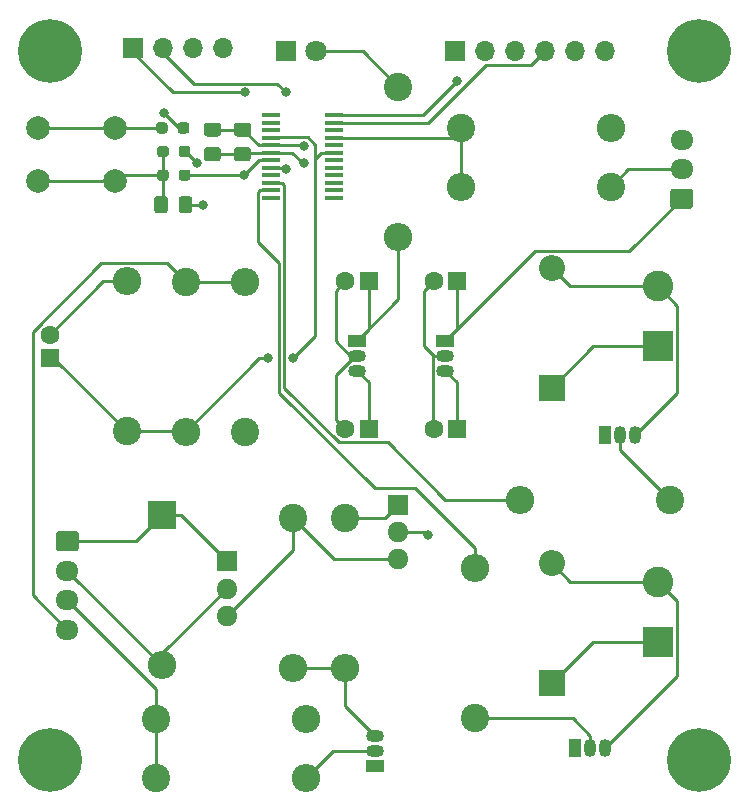
<source format=gbr>
%TF.GenerationSoftware,KiCad,Pcbnew,5.1.9*%
%TF.CreationDate,2021-03-21T20:26:03+00:00*%
%TF.ProjectId,OpenWindow_PCB,4f70656e-5769-46e6-946f-775f5043422e,rev?*%
%TF.SameCoordinates,Original*%
%TF.FileFunction,Copper,L1,Top*%
%TF.FilePolarity,Positive*%
%FSLAX46Y46*%
G04 Gerber Fmt 4.6, Leading zero omitted, Abs format (unit mm)*
G04 Created by KiCad (PCBNEW 5.1.9) date 2021-03-21 20:26:03*
%MOMM*%
%LPD*%
G01*
G04 APERTURE LIST*
%TA.AperFunction,ComponentPad*%
%ADD10R,1.700000X1.700000*%
%TD*%
%TA.AperFunction,ComponentPad*%
%ADD11O,1.700000X1.700000*%
%TD*%
%TA.AperFunction,ComponentPad*%
%ADD12C,5.400000*%
%TD*%
%TA.AperFunction,ComponentPad*%
%ADD13R,2.600000X2.600000*%
%TD*%
%TA.AperFunction,ComponentPad*%
%ADD14C,2.600000*%
%TD*%
%TA.AperFunction,SMDPad,CuDef*%
%ADD15R,1.600000X0.410000*%
%TD*%
%TA.AperFunction,ComponentPad*%
%ADD16O,1.500000X1.050000*%
%TD*%
%TA.AperFunction,ComponentPad*%
%ADD17R,1.500000X1.050000*%
%TD*%
%TA.AperFunction,ComponentPad*%
%ADD18R,1.600000X1.600000*%
%TD*%
%TA.AperFunction,ComponentPad*%
%ADD19C,1.600000*%
%TD*%
%TA.AperFunction,ComponentPad*%
%ADD20R,2.400000X2.400000*%
%TD*%
%TA.AperFunction,ComponentPad*%
%ADD21O,2.400000X2.400000*%
%TD*%
%TA.AperFunction,ComponentPad*%
%ADD22R,1.800000X1.800000*%
%TD*%
%TA.AperFunction,ComponentPad*%
%ADD23C,1.800000*%
%TD*%
%TA.AperFunction,ComponentPad*%
%ADD24O,2.200000X2.200000*%
%TD*%
%TA.AperFunction,ComponentPad*%
%ADD25R,2.200000X2.200000*%
%TD*%
%TA.AperFunction,ComponentPad*%
%ADD26O,1.950000X1.700000*%
%TD*%
%TA.AperFunction,ComponentPad*%
%ADD27R,1.800000X1.717500*%
%TD*%
%TA.AperFunction,ComponentPad*%
%ADD28O,1.800000X1.717500*%
%TD*%
%TA.AperFunction,ComponentPad*%
%ADD29O,1.050000X1.500000*%
%TD*%
%TA.AperFunction,ComponentPad*%
%ADD30R,1.050000X1.500000*%
%TD*%
%TA.AperFunction,ComponentPad*%
%ADD31C,2.400000*%
%TD*%
%TA.AperFunction,ComponentPad*%
%ADD32C,2.000000*%
%TD*%
%TA.AperFunction,ViaPad*%
%ADD33C,0.800000*%
%TD*%
%TA.AperFunction,Conductor*%
%ADD34C,0.250000*%
%TD*%
G04 APERTURE END LIST*
D10*
%TO.P,J2,1*%
%TO.N,C2CK*%
X62050000Y-34750000D03*
D11*
%TO.P,J2,2*%
%TO.N,C2D*%
X64590000Y-34750000D03*
%TO.P,J2,3*%
%TO.N,GND*%
X67130000Y-34750000D03*
%TO.P,J2,4*%
%TO.N,+3V3*%
X69670000Y-34750000D03*
%TD*%
D12*
%TO.P,REF\u002A\u002A,1*%
%TO.N,N/C*%
X110000000Y-95000000D03*
%TD*%
%TO.P,REF\u002A\u002A,1*%
%TO.N,N/C*%
X55000000Y-95000000D03*
%TD*%
%TO.P,REF\u002A\u002A,1*%
%TO.N,N/C*%
X55000000Y-35000000D03*
%TD*%
%TO.P,REF\u002A\u002A,1*%
%TO.N,N/C*%
X110000000Y-35000000D03*
%TD*%
D13*
%TO.P,J4,1*%
%TO.N,+12V_switched*%
X106500000Y-60000000D03*
D14*
%TO.P,J4,2*%
%TO.N,Net-(D3-Pad2)*%
X106500000Y-54920000D03*
%TD*%
%TO.P,C7,1*%
%TO.N,+3V3*%
%TA.AperFunction,SMDPad,CuDef*%
G36*
G01*
X71795000Y-44312500D02*
X70845000Y-44312500D01*
G75*
G02*
X70595000Y-44062500I0J250000D01*
G01*
X70595000Y-43387500D01*
G75*
G02*
X70845000Y-43137500I250000J0D01*
G01*
X71795000Y-43137500D01*
G75*
G02*
X72045000Y-43387500I0J-250000D01*
G01*
X72045000Y-44062500D01*
G75*
G02*
X71795000Y-44312500I-250000J0D01*
G01*
G37*
%TD.AperFunction*%
%TO.P,C7,2*%
%TO.N,GND*%
%TA.AperFunction,SMDPad,CuDef*%
G36*
G01*
X71795000Y-42237500D02*
X70845000Y-42237500D01*
G75*
G02*
X70595000Y-41987500I0J250000D01*
G01*
X70595000Y-41312500D01*
G75*
G02*
X70845000Y-41062500I250000J0D01*
G01*
X71795000Y-41062500D01*
G75*
G02*
X72045000Y-41312500I0J-250000D01*
G01*
X72045000Y-41987500D01*
G75*
G02*
X71795000Y-42237500I-250000J0D01*
G01*
G37*
%TD.AperFunction*%
%TD*%
D15*
%TO.P,U3,17*%
%TO.N,Net-(U3-Pad17)*%
X79054300Y-44872500D03*
%TO.P,U3,18*%
%TO.N,Net-(U3-Pad18)*%
X79054300Y-44237500D03*
%TO.P,U3,8*%
%TO.N,C2D*%
X73745700Y-44872500D03*
%TO.P,U3,7*%
%TO.N,C2CK*%
X73745700Y-44237500D03*
%TO.P,U3,20*%
%TO.N,Net-(U3-Pad20)*%
X79054300Y-42967500D03*
%TO.P,U3,19*%
%TO.N,CMP0_in*%
X79054300Y-43602500D03*
%TO.P,U3,6*%
%TO.N,+3V3*%
X73745700Y-43602500D03*
%TO.P,U3,5*%
%TO.N,GND*%
X73745700Y-42967500D03*
%TO.P,U3,1*%
%TO.N,Net-(U3-Pad1)*%
X73745700Y-40427500D03*
%TO.P,U3,2*%
%TO.N,Net-(U3-Pad2)*%
X73745700Y-41062500D03*
%TO.P,U3,3*%
%TO.N,Net-(U3-Pad3)*%
X73745700Y-41697500D03*
%TO.P,U3,4*%
%TO.N,CMP0_in*%
X73745700Y-42332500D03*
%TO.P,U3,9*%
%TO.N,Net-(U3-Pad9)*%
X73745700Y-45507500D03*
%TO.P,U3,10*%
%TO.N,Motor_GPIO_1*%
X73745700Y-46142500D03*
%TO.P,U3,11*%
%TO.N,Motor_GPIO_2*%
X73745700Y-46777500D03*
%TO.P,U3,12*%
%TO.N,Net-(U3-Pad12)*%
X73745700Y-47412500D03*
%TO.P,U3,13*%
%TO.N,Net-(U3-Pad13)*%
X79054300Y-47412500D03*
%TO.P,U3,14*%
%TO.N,Net-(U3-Pad14)*%
X79054300Y-46777500D03*
%TO.P,U3,15*%
%TO.N,Net-(U3-Pad15)*%
X79054300Y-46142500D03*
%TO.P,U3,16*%
%TO.N,Net-(U3-Pad16)*%
X79054300Y-45507500D03*
%TO.P,U3,21*%
%TO.N,ADC_in*%
X79054300Y-42332500D03*
%TO.P,U3,22*%
%TO.N,Net-(U3-Pad22)*%
X79054300Y-41697500D03*
%TO.P,U3,23*%
%TO.N,UART1_RX*%
X79054300Y-41062500D03*
%TO.P,U3,24*%
%TO.N,UART1_TX*%
X79054300Y-40427500D03*
%TD*%
D16*
%TO.P,U1,2*%
%TO.N,GND*%
X88500000Y-60770000D03*
%TO.P,U1,3*%
%TO.N,+12V_switched*%
X88500000Y-62040000D03*
D17*
%TO.P,U1,1*%
%TO.N,+5V*%
X88500000Y-59500000D03*
%TD*%
%TO.P,C1,1*%
%TO.N,Net-(C1-Pad1)*%
%TA.AperFunction,SMDPad,CuDef*%
G36*
G01*
X63837500Y-48475000D02*
X63837500Y-47525000D01*
G75*
G02*
X64087500Y-47275000I250000J0D01*
G01*
X64762500Y-47275000D01*
G75*
G02*
X65012500Y-47525000I0J-250000D01*
G01*
X65012500Y-48475000D01*
G75*
G02*
X64762500Y-48725000I-250000J0D01*
G01*
X64087500Y-48725000D01*
G75*
G02*
X63837500Y-48475000I0J250000D01*
G01*
G37*
%TD.AperFunction*%
%TO.P,C1,2*%
%TO.N,GND*%
%TA.AperFunction,SMDPad,CuDef*%
G36*
G01*
X65912500Y-48475000D02*
X65912500Y-47525000D01*
G75*
G02*
X66162500Y-47275000I250000J0D01*
G01*
X66837500Y-47275000D01*
G75*
G02*
X67087500Y-47525000I0J-250000D01*
G01*
X67087500Y-48475000D01*
G75*
G02*
X66837500Y-48725000I-250000J0D01*
G01*
X66162500Y-48725000D01*
G75*
G02*
X65912500Y-48475000I0J250000D01*
G01*
G37*
%TD.AperFunction*%
%TD*%
D18*
%TO.P,C2,1*%
%TO.N,+12V_switched*%
X89500000Y-67000000D03*
D19*
%TO.P,C2,2*%
%TO.N,GND*%
X87500000Y-67000000D03*
%TD*%
D18*
%TO.P,C3,1*%
%TO.N,CMP0_in*%
X55000000Y-61000000D03*
D19*
%TO.P,C3,2*%
%TO.N,GND*%
X55000000Y-59000000D03*
%TD*%
%TO.P,C4,2*%
%TO.N,GND*%
X87500000Y-54500000D03*
D18*
%TO.P,C4,1*%
%TO.N,+5V*%
X89500000Y-54500000D03*
%TD*%
%TO.P,C5,2*%
%TO.N,GND*%
%TA.AperFunction,SMDPad,CuDef*%
G36*
G01*
X69255000Y-42237500D02*
X68305000Y-42237500D01*
G75*
G02*
X68055000Y-41987500I0J250000D01*
G01*
X68055000Y-41312500D01*
G75*
G02*
X68305000Y-41062500I250000J0D01*
G01*
X69255000Y-41062500D01*
G75*
G02*
X69505000Y-41312500I0J-250000D01*
G01*
X69505000Y-41987500D01*
G75*
G02*
X69255000Y-42237500I-250000J0D01*
G01*
G37*
%TD.AperFunction*%
%TO.P,C5,1*%
%TO.N,+3V3*%
%TA.AperFunction,SMDPad,CuDef*%
G36*
G01*
X69255000Y-44312500D02*
X68305000Y-44312500D01*
G75*
G02*
X68055000Y-44062500I0J250000D01*
G01*
X68055000Y-43387500D01*
G75*
G02*
X68305000Y-43137500I250000J0D01*
G01*
X69255000Y-43137500D01*
G75*
G02*
X69505000Y-43387500I0J-250000D01*
G01*
X69505000Y-44062500D01*
G75*
G02*
X69255000Y-44312500I-250000J0D01*
G01*
G37*
%TD.AperFunction*%
%TD*%
%TO.P,C6,1*%
%TO.N,+12V_switched*%
X82000000Y-67000000D03*
D19*
%TO.P,C6,2*%
%TO.N,GND*%
X80000000Y-67000000D03*
%TD*%
%TO.P,C8,2*%
%TO.N,GND*%
X80000000Y-54500000D03*
D18*
%TO.P,C8,1*%
%TO.N,+3V3*%
X82000000Y-54500000D03*
%TD*%
D20*
%TO.P,D1,1*%
%TO.N,GND*%
X64500000Y-74300000D03*
D21*
%TO.P,D1,2*%
%TO.N,+12V*%
X64500000Y-87000000D03*
%TD*%
D22*
%TO.P,D2,1*%
%TO.N,GND*%
X75000000Y-35000000D03*
D23*
%TO.P,D2,2*%
%TO.N,Net-(D2-Pad2)*%
X77540000Y-35000000D03*
%TD*%
D24*
%TO.P,D3,2*%
%TO.N,Net-(D3-Pad2)*%
X97500000Y-53340000D03*
D25*
%TO.P,D3,1*%
%TO.N,+12V_switched*%
X97500000Y-63500000D03*
%TD*%
%TO.P,D4,1*%
%TO.N,+12V_switched*%
X97500000Y-88500000D03*
D24*
%TO.P,D4,2*%
%TO.N,Net-(D4-Pad2)*%
X97500000Y-78340000D03*
%TD*%
%TO.P,J1,1*%
%TO.N,GND*%
%TA.AperFunction,ComponentPad*%
G36*
G01*
X55775000Y-75650000D02*
X57225000Y-75650000D01*
G75*
G02*
X57475000Y-75900000I0J-250000D01*
G01*
X57475000Y-77100000D01*
G75*
G02*
X57225000Y-77350000I-250000J0D01*
G01*
X55775000Y-77350000D01*
G75*
G02*
X55525000Y-77100000I0J250000D01*
G01*
X55525000Y-75900000D01*
G75*
G02*
X55775000Y-75650000I250000J0D01*
G01*
G37*
%TD.AperFunction*%
D26*
%TO.P,J1,2*%
%TO.N,+12V*%
X56500000Y-79000000D03*
%TO.P,J1,3*%
%TO.N,Ignition_in*%
X56500000Y-81500000D03*
%TO.P,J1,4*%
%TO.N,WindowSwitch_in*%
X56500000Y-84000000D03*
%TD*%
D10*
%TO.P,J3,1*%
%TO.N,GND*%
X89340000Y-35000000D03*
D11*
%TO.P,J3,2*%
%TO.N,Net-(J3-Pad2)*%
X91880000Y-35000000D03*
%TO.P,J3,3*%
%TO.N,Net-(J3-Pad3)*%
X94420000Y-35000000D03*
%TO.P,J3,4*%
%TO.N,UART1_RX*%
X96960000Y-35000000D03*
%TO.P,J3,5*%
%TO.N,UART1_TX*%
X99500000Y-35000000D03*
%TO.P,J3,6*%
%TO.N,Net-(J3-Pad6)*%
X102040000Y-35000000D03*
%TD*%
%TO.P,J5,1*%
%TO.N,+5V*%
%TA.AperFunction,ComponentPad*%
G36*
G01*
X109225000Y-48350000D02*
X107775000Y-48350000D01*
G75*
G02*
X107525000Y-48100000I0J250000D01*
G01*
X107525000Y-46900000D01*
G75*
G02*
X107775000Y-46650000I250000J0D01*
G01*
X109225000Y-46650000D01*
G75*
G02*
X109475000Y-46900000I0J-250000D01*
G01*
X109475000Y-48100000D01*
G75*
G02*
X109225000Y-48350000I-250000J0D01*
G01*
G37*
%TD.AperFunction*%
D26*
%TO.P,J5,2*%
%TO.N,Net-(J5-Pad2)*%
X108500000Y-45000000D03*
%TO.P,J5,3*%
%TO.N,GND*%
X108500000Y-42500000D03*
%TD*%
D14*
%TO.P,J6,2*%
%TO.N,Net-(D4-Pad2)*%
X106500000Y-79920000D03*
D13*
%TO.P,J6,1*%
%TO.N,+12V_switched*%
X106500000Y-85000000D03*
%TD*%
D27*
%TO.P,Q1,1*%
%TO.N,GND*%
X70000000Y-78210000D03*
D28*
%TO.P,Q1,2*%
%TO.N,+12V*%
X70000000Y-80500000D03*
%TO.P,Q1,3*%
%TO.N,Net-(Q1-Pad3)*%
X70000000Y-82790000D03*
%TD*%
D17*
%TO.P,Q2,1*%
%TO.N,GND*%
X82500000Y-95500000D03*
D16*
%TO.P,Q2,3*%
%TO.N,Net-(Q2-Pad3)*%
X82500000Y-92960000D03*
%TO.P,Q2,2*%
%TO.N,Net-(Q2-Pad2)*%
X82500000Y-94230000D03*
%TD*%
D28*
%TO.P,Q3,3*%
%TO.N,Net-(Q1-Pad3)*%
X84500000Y-78000000D03*
%TO.P,Q3,2*%
%TO.N,+12V_switched*%
X84500000Y-75710000D03*
D27*
%TO.P,Q3,1*%
%TO.N,Net-(Q3-Pad1)*%
X84500000Y-73420000D03*
%TD*%
D29*
%TO.P,Q4,2*%
%TO.N,Net-(Q4-Pad2)*%
X103270000Y-67500000D03*
%TO.P,Q4,3*%
%TO.N,Net-(D3-Pad2)*%
X104540000Y-67500000D03*
D30*
%TO.P,Q4,1*%
%TO.N,GND*%
X102000000Y-67500000D03*
%TD*%
D29*
%TO.P,Q5,2*%
%TO.N,Net-(Q5-Pad2)*%
X100770000Y-94000000D03*
%TO.P,Q5,3*%
%TO.N,Net-(D4-Pad2)*%
X102040000Y-94000000D03*
D30*
%TO.P,Q5,1*%
%TO.N,GND*%
X99500000Y-94000000D03*
%TD*%
D31*
%TO.P,R4,1*%
%TO.N,Ignition_in*%
X63990000Y-91530000D03*
D21*
%TO.P,R4,2*%
%TO.N,GND*%
X76690000Y-91530000D03*
%TD*%
D31*
%TO.P,R5,1*%
%TO.N,+12V_switched*%
X71500000Y-67230000D03*
D21*
%TO.P,R5,2*%
%TO.N,WindowSwitch_in*%
X71500000Y-54530000D03*
%TD*%
D31*
%TO.P,R6,1*%
%TO.N,WindowSwitch_in*%
X66500000Y-54530000D03*
D21*
%TO.P,R6,2*%
%TO.N,CMP0_in*%
X66500000Y-67230000D03*
%TD*%
%TO.P,R7,2*%
%TO.N,GND*%
X61500000Y-54500000D03*
D31*
%TO.P,R7,1*%
%TO.N,CMP0_in*%
X61500000Y-67200000D03*
%TD*%
D21*
%TO.P,R8,2*%
%TO.N,Net-(Q2-Pad2)*%
X76690000Y-96500000D03*
D31*
%TO.P,R8,1*%
%TO.N,Ignition_in*%
X63990000Y-96500000D03*
%TD*%
D21*
%TO.P,R9,2*%
%TO.N,Net-(Q2-Pad3)*%
X75560000Y-87230000D03*
D31*
%TO.P,R9,1*%
%TO.N,Net-(Q1-Pad3)*%
X75560000Y-74530000D03*
%TD*%
%TO.P,R10,1*%
%TO.N,Net-(Q3-Pad1)*%
X80000000Y-74530000D03*
D21*
%TO.P,R10,2*%
%TO.N,Net-(Q2-Pad3)*%
X80000000Y-87230000D03*
%TD*%
D31*
%TO.P,R11,1*%
%TO.N,Net-(D2-Pad2)*%
X84500000Y-38000000D03*
D21*
%TO.P,R11,2*%
%TO.N,+3V3*%
X84500000Y-50700000D03*
%TD*%
D31*
%TO.P,R12,1*%
%TO.N,Net-(Q4-Pad2)*%
X107500000Y-73000000D03*
D21*
%TO.P,R12,2*%
%TO.N,Motor_GPIO_1*%
X94800000Y-73000000D03*
%TD*%
%TO.P,R13,2*%
%TO.N,Motor_GPIO_2*%
X91000000Y-78800000D03*
D31*
%TO.P,R13,1*%
%TO.N,Net-(Q5-Pad2)*%
X91000000Y-91500000D03*
%TD*%
D21*
%TO.P,R14,2*%
%TO.N,GND*%
X102500000Y-41500000D03*
D31*
%TO.P,R14,1*%
%TO.N,ADC_in*%
X89800000Y-41500000D03*
%TD*%
%TO.P,R15,1*%
%TO.N,Net-(J5-Pad2)*%
X102500000Y-46500000D03*
D21*
%TO.P,R15,2*%
%TO.N,ADC_in*%
X89800000Y-46500000D03*
%TD*%
D32*
%TO.P,SW1,2*%
%TO.N,Net-(R3-Pad2)*%
X60500000Y-41500000D03*
%TO.P,SW1,1*%
%TO.N,Net-(C1-Pad1)*%
X60500000Y-46000000D03*
%TO.P,SW1,2*%
%TO.N,Net-(R3-Pad2)*%
X54000000Y-41500000D03*
%TO.P,SW1,1*%
%TO.N,Net-(C1-Pad1)*%
X54000000Y-46000000D03*
%TD*%
D17*
%TO.P,U2,1*%
%TO.N,+3V3*%
X81000000Y-59500000D03*
D16*
%TO.P,U2,3*%
%TO.N,+12V_switched*%
X81000000Y-62040000D03*
%TO.P,U2,2*%
%TO.N,GND*%
X81000000Y-60770000D03*
%TD*%
%TO.P,R1,1*%
%TO.N,Net-(C1-Pad1)*%
%TA.AperFunction,SMDPad,CuDef*%
G36*
G01*
X64100000Y-45737500D02*
X64100000Y-45262500D01*
G75*
G02*
X64337500Y-45025000I237500J0D01*
G01*
X64837500Y-45025000D01*
G75*
G02*
X65075000Y-45262500I0J-237500D01*
G01*
X65075000Y-45737500D01*
G75*
G02*
X64837500Y-45975000I-237500J0D01*
G01*
X64337500Y-45975000D01*
G75*
G02*
X64100000Y-45737500I0J237500D01*
G01*
G37*
%TD.AperFunction*%
%TO.P,R1,2*%
%TO.N,C2CK*%
%TA.AperFunction,SMDPad,CuDef*%
G36*
G01*
X65925000Y-45737500D02*
X65925000Y-45262500D01*
G75*
G02*
X66162500Y-45025000I237500J0D01*
G01*
X66662500Y-45025000D01*
G75*
G02*
X66900000Y-45262500I0J-237500D01*
G01*
X66900000Y-45737500D01*
G75*
G02*
X66662500Y-45975000I-237500J0D01*
G01*
X66162500Y-45975000D01*
G75*
G02*
X65925000Y-45737500I0J237500D01*
G01*
G37*
%TD.AperFunction*%
%TD*%
%TO.P,R2,2*%
%TO.N,+3V3*%
%TA.AperFunction,SMDPad,CuDef*%
G36*
G01*
X65925000Y-43737500D02*
X65925000Y-43262500D01*
G75*
G02*
X66162500Y-43025000I237500J0D01*
G01*
X66662500Y-43025000D01*
G75*
G02*
X66900000Y-43262500I0J-237500D01*
G01*
X66900000Y-43737500D01*
G75*
G02*
X66662500Y-43975000I-237500J0D01*
G01*
X66162500Y-43975000D01*
G75*
G02*
X65925000Y-43737500I0J237500D01*
G01*
G37*
%TD.AperFunction*%
%TO.P,R2,1*%
%TO.N,Net-(C1-Pad1)*%
%TA.AperFunction,SMDPad,CuDef*%
G36*
G01*
X64100000Y-43737500D02*
X64100000Y-43262500D01*
G75*
G02*
X64337500Y-43025000I237500J0D01*
G01*
X64837500Y-43025000D01*
G75*
G02*
X65075000Y-43262500I0J-237500D01*
G01*
X65075000Y-43737500D01*
G75*
G02*
X64837500Y-43975000I-237500J0D01*
G01*
X64337500Y-43975000D01*
G75*
G02*
X64100000Y-43737500I0J237500D01*
G01*
G37*
%TD.AperFunction*%
%TD*%
%TO.P,R3,1*%
%TO.N,GND*%
%TA.AperFunction,SMDPad,CuDef*%
G36*
G01*
X66812500Y-41262500D02*
X66812500Y-41737500D01*
G75*
G02*
X66575000Y-41975000I-237500J0D01*
G01*
X66075000Y-41975000D01*
G75*
G02*
X65837500Y-41737500I0J237500D01*
G01*
X65837500Y-41262500D01*
G75*
G02*
X66075000Y-41025000I237500J0D01*
G01*
X66575000Y-41025000D01*
G75*
G02*
X66812500Y-41262500I0J-237500D01*
G01*
G37*
%TD.AperFunction*%
%TO.P,R3,2*%
%TO.N,Net-(R3-Pad2)*%
%TA.AperFunction,SMDPad,CuDef*%
G36*
G01*
X64987500Y-41262500D02*
X64987500Y-41737500D01*
G75*
G02*
X64750000Y-41975000I-237500J0D01*
G01*
X64250000Y-41975000D01*
G75*
G02*
X64012500Y-41737500I0J237500D01*
G01*
X64012500Y-41262500D01*
G75*
G02*
X64250000Y-41025000I237500J0D01*
G01*
X64750000Y-41025000D01*
G75*
G02*
X64987500Y-41262500I0J-237500D01*
G01*
G37*
%TD.AperFunction*%
%TD*%
D33*
%TO.N,GND*%
X68000000Y-48000000D03*
X64693203Y-40226335D03*
X76500000Y-43000000D03*
%TO.N,+12V_switched*%
X87000000Y-76000000D03*
%TO.N,CMP0_in*%
X75595701Y-61000000D03*
X73500000Y-61000000D03*
%TO.N,+3V3*%
X76500000Y-44500003D03*
X67500000Y-44500000D03*
%TO.N,C2CK*%
X71466600Y-45466600D03*
X71500000Y-38500000D03*
%TO.N,C2D*%
X75045118Y-44969958D03*
X75000000Y-38500000D03*
%TO.N,UART1_TX*%
X89500000Y-37500000D03*
%TD*%
D34*
%TO.N,Net-(C1-Pad1)*%
X61000000Y-45500000D02*
X60500000Y-46000000D01*
X64587500Y-45500000D02*
X61000000Y-45500000D01*
X54000000Y-46000000D02*
X60500000Y-46000000D01*
X64587500Y-43500000D02*
X64587500Y-45500000D01*
X64587500Y-47837500D02*
X64425000Y-48000000D01*
X64587500Y-45500000D02*
X64587500Y-47837500D01*
%TO.N,GND*%
X71320000Y-41650000D02*
X68780000Y-41650000D01*
X71378200Y-41650000D02*
X71320000Y-41650000D01*
X72695700Y-42967500D02*
X71378200Y-41650000D01*
X73745700Y-42967500D02*
X72695700Y-42967500D01*
X59500000Y-54500000D02*
X55000000Y-59000000D01*
X61500000Y-54500000D02*
X59500000Y-54500000D01*
X66090000Y-74300000D02*
X70000000Y-78210000D01*
X64500000Y-74300000D02*
X66090000Y-74300000D01*
X87424990Y-66924990D02*
X87500000Y-67000000D01*
X87424990Y-60845010D02*
X87424990Y-66924990D01*
X87500000Y-60770000D02*
X87424990Y-60845010D01*
X80409998Y-60770000D02*
X81000000Y-60770000D01*
X79200001Y-59560003D02*
X80409998Y-60770000D01*
X79200001Y-55299999D02*
X79200001Y-59560003D01*
X80000000Y-54500000D02*
X79200001Y-55299999D01*
X87500000Y-60770000D02*
X88500000Y-60770000D01*
X86700001Y-59970001D02*
X87500000Y-60770000D01*
X86700001Y-55299999D02*
X86700001Y-59970001D01*
X87500000Y-54500000D02*
X86700001Y-55299999D01*
X80842905Y-60770000D02*
X81000000Y-60770000D01*
X79200001Y-62412904D02*
X80842905Y-60770000D01*
X79200001Y-66200001D02*
X79200001Y-62412904D01*
X80000000Y-67000000D02*
X79200001Y-66200001D01*
X66500000Y-48000000D02*
X68000000Y-48000000D01*
X65966868Y-41500000D02*
X64693203Y-40226335D01*
X66325000Y-41500000D02*
X65966868Y-41500000D01*
X62300000Y-76500000D02*
X64500000Y-74300000D01*
X56500000Y-76500000D02*
X62300000Y-76500000D01*
X76467500Y-42967500D02*
X76500000Y-43000000D01*
X73745700Y-42967500D02*
X76467500Y-42967500D01*
%TO.N,+12V_switched*%
X89500000Y-63040000D02*
X88500000Y-62040000D01*
X89500000Y-67000000D02*
X89500000Y-63040000D01*
X82000000Y-63040000D02*
X81000000Y-62040000D01*
X82000000Y-67000000D02*
X82000000Y-63040000D01*
X101000000Y-85000000D02*
X97500000Y-88500000D01*
X106500000Y-85000000D02*
X101000000Y-85000000D01*
X86710000Y-75710000D02*
X87000000Y-76000000D01*
X84500000Y-75710000D02*
X86710000Y-75710000D01*
X101000000Y-60000000D02*
X97500000Y-63500000D01*
X106500000Y-60000000D02*
X101000000Y-60000000D01*
%TO.N,CMP0_in*%
X77500000Y-44106800D02*
X77500000Y-47500000D01*
X78004300Y-43602500D02*
X77500000Y-44106800D01*
X79054300Y-43602500D02*
X78004300Y-43602500D01*
X55300000Y-61000000D02*
X61500000Y-67200000D01*
X55000000Y-61000000D02*
X55300000Y-61000000D01*
X66470000Y-67200000D02*
X66500000Y-67230000D01*
X61500000Y-67200000D02*
X66470000Y-67200000D01*
X77500000Y-59095701D02*
X75595701Y-61000000D01*
X77500000Y-47500000D02*
X77500000Y-59095701D01*
X72730000Y-61000000D02*
X66500000Y-67230000D01*
X73500000Y-61000000D02*
X72730000Y-61000000D01*
X73803201Y-42274999D02*
X73745700Y-42332500D01*
X76848001Y-42274999D02*
X73803201Y-42274999D01*
X77500000Y-42926998D02*
X76848001Y-42274999D01*
X77500000Y-47500000D02*
X77500000Y-42926998D01*
%TO.N,+5V*%
X89500000Y-58500000D02*
X88500000Y-59500000D01*
X89500000Y-54500000D02*
X89500000Y-58500000D01*
X96085001Y-51914999D02*
X104085001Y-51914999D01*
X104085001Y-51914999D02*
X108500000Y-47500000D01*
X88500000Y-59500000D02*
X96085001Y-51914999D01*
%TO.N,+3V3*%
X68780000Y-43725000D02*
X71320000Y-43725000D01*
X71442500Y-43602500D02*
X71320000Y-43725000D01*
X73745700Y-43602500D02*
X71442500Y-43602500D01*
X82000000Y-58500000D02*
X81000000Y-59500000D01*
X82000000Y-54500000D02*
X82000000Y-58500000D01*
X76427001Y-44500003D02*
X76500000Y-44500003D01*
X75529498Y-43602500D02*
X76427001Y-44500003D01*
X73745700Y-43602500D02*
X75529498Y-43602500D01*
X66500000Y-43500000D02*
X67500000Y-44500000D01*
X66412500Y-43500000D02*
X66500000Y-43500000D01*
X84500000Y-56000000D02*
X84500000Y-50700000D01*
X81000000Y-59500000D02*
X84500000Y-56000000D01*
%TO.N,+12V*%
X64500000Y-86000000D02*
X70000000Y-80500000D01*
X64500000Y-87000000D02*
X64500000Y-86000000D01*
X56500000Y-79000000D02*
X64500000Y-87000000D01*
%TO.N,Net-(D2-Pad2)*%
X81500000Y-35000000D02*
X84500000Y-38000000D01*
X77540000Y-35000000D02*
X81500000Y-35000000D01*
%TO.N,Net-(D3-Pad2)*%
X99080000Y-54920000D02*
X97500000Y-53340000D01*
X106500000Y-54920000D02*
X99080000Y-54920000D01*
X108125001Y-56545001D02*
X106500000Y-54920000D01*
X108125001Y-63914999D02*
X108125001Y-56545001D01*
X104540000Y-67500000D02*
X108125001Y-63914999D01*
%TO.N,Net-(D4-Pad2)*%
X99080000Y-79920000D02*
X97500000Y-78340000D01*
X106500000Y-79920000D02*
X99080000Y-79920000D01*
X108125001Y-81545001D02*
X106500000Y-79920000D01*
X108125001Y-87914999D02*
X108125001Y-81545001D01*
X102040000Y-94000000D02*
X108125001Y-87914999D01*
%TO.N,Ignition_in*%
X63990000Y-91530000D02*
X63990000Y-96500000D01*
X63990000Y-88990000D02*
X63990000Y-91530000D01*
X56500000Y-81500000D02*
X63990000Y-88990000D01*
%TO.N,WindowSwitch_in*%
X71500000Y-54530000D02*
X66500000Y-54530000D01*
X53574999Y-81074999D02*
X56500000Y-84000000D01*
X53574999Y-58759999D02*
X53574999Y-81074999D01*
X59359999Y-52974999D02*
X53574999Y-58759999D01*
X64944999Y-52974999D02*
X59359999Y-52974999D01*
X66500000Y-54530000D02*
X64944999Y-52974999D01*
%TO.N,C2CK*%
X71433200Y-45500000D02*
X66412500Y-45500000D01*
X73745700Y-44237500D02*
X72695700Y-44237500D01*
X71466600Y-45466600D02*
X71433200Y-45500000D01*
X72695700Y-44237500D02*
X71466600Y-45466600D01*
X65420000Y-38500000D02*
X71500000Y-38500000D01*
X61920000Y-35000000D02*
X65420000Y-38500000D01*
%TO.N,C2D*%
X73745700Y-44872500D02*
X74947660Y-44872500D01*
X74947660Y-44872500D02*
X75045118Y-44969958D01*
X74274999Y-37774999D02*
X75000000Y-38500000D01*
X67234999Y-37774999D02*
X74274999Y-37774999D01*
X64460000Y-35000000D02*
X67234999Y-37774999D01*
%TO.N,UART1_RX*%
X95784999Y-36175001D02*
X96960000Y-35000000D01*
X91898001Y-36175001D02*
X95784999Y-36175001D01*
X87010502Y-41062500D02*
X91898001Y-36175001D01*
X79054300Y-41062500D02*
X87010502Y-41062500D01*
%TO.N,UART1_TX*%
X86572500Y-40427500D02*
X89500000Y-37500000D01*
X79054300Y-40427500D02*
X86572500Y-40427500D01*
%TO.N,Net-(J5-Pad2)*%
X104000000Y-45000000D02*
X102500000Y-46500000D01*
X108500000Y-45000000D02*
X104000000Y-45000000D01*
%TO.N,Net-(Q1-Pad3)*%
X75560000Y-77230000D02*
X75560000Y-74530000D01*
X70000000Y-82790000D02*
X75560000Y-77230000D01*
X79030000Y-78000000D02*
X84500000Y-78000000D01*
X75560000Y-74530000D02*
X79030000Y-78000000D01*
%TO.N,Net-(Q2-Pad3)*%
X75560000Y-87230000D02*
X80000000Y-87230000D01*
X80000000Y-90460000D02*
X82500000Y-92960000D01*
X80000000Y-87230000D02*
X80000000Y-90460000D01*
%TO.N,Net-(Q2-Pad2)*%
X78960000Y-94230000D02*
X82500000Y-94230000D01*
X76690000Y-96500000D02*
X78960000Y-94230000D01*
%TO.N,Net-(Q3-Pad1)*%
X83390000Y-74530000D02*
X84500000Y-73420000D01*
X80000000Y-74530000D02*
X83390000Y-74530000D01*
%TO.N,Net-(Q4-Pad2)*%
X103270000Y-68770000D02*
X103270000Y-67500000D01*
X107500000Y-73000000D02*
X103270000Y-68770000D01*
%TO.N,Net-(Q5-Pad2)*%
X99270000Y-91500000D02*
X91000000Y-91500000D01*
X100770000Y-93000000D02*
X99270000Y-91500000D01*
X100770000Y-94000000D02*
X100770000Y-93000000D01*
%TO.N,Net-(R3-Pad2)*%
X60500000Y-41500000D02*
X54000000Y-41500000D01*
X64500000Y-41500000D02*
X60500000Y-41500000D01*
%TO.N,Motor_GPIO_2*%
X82500000Y-72000000D02*
X85897056Y-72000000D01*
X91000000Y-77102944D02*
X91000000Y-78800000D01*
X85897056Y-72000000D02*
X91000000Y-77102944D01*
X74420691Y-63920691D02*
X82500000Y-72000000D01*
X74420691Y-52920691D02*
X74420691Y-63920691D01*
X72620699Y-51120699D02*
X74420691Y-52920691D01*
X72620699Y-46947499D02*
X72620699Y-51120699D01*
X72790698Y-46777500D02*
X72620699Y-46947499D01*
X73745700Y-46777500D02*
X72790698Y-46777500D01*
%TO.N,Motor_GPIO_1*%
X74700702Y-46142500D02*
X73745700Y-46142500D01*
X74870701Y-63535703D02*
X74870701Y-46312499D01*
X79459999Y-68125001D02*
X74870701Y-63535703D01*
X83625001Y-68125001D02*
X79459999Y-68125001D01*
X74870701Y-46312499D02*
X74700702Y-46142500D01*
X88500000Y-73000000D02*
X83625001Y-68125001D01*
X94800000Y-73000000D02*
X88500000Y-73000000D01*
%TO.N,ADC_in*%
X89800000Y-41500000D02*
X89800000Y-46500000D01*
X88967500Y-42332500D02*
X89800000Y-41500000D01*
X79054300Y-42332500D02*
X88967500Y-42332500D01*
%TD*%
M02*

</source>
